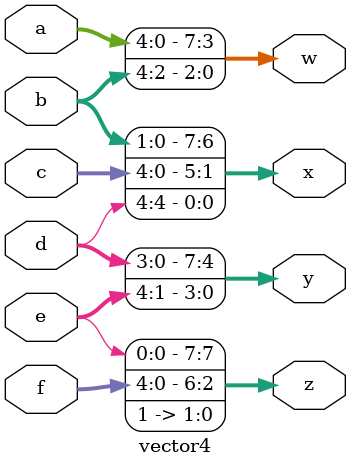
<source format=v>
module vector4 (
    input [4:0] a, b, c, d, e, f,
    output [7:0] w, x, y, z );//
    assign w[7:3]  = a;
    assign w[2:0]  = b[4:2];
    assign x[7:6]  = b[1:0];
    assign x[5:1]  = c[4:0];
    assign x[0]    = d[4];
    assign y[7:4]  = d[3:0];
    assign y[3:0]  = e[4:1];
    assign z[7]    = e[0];
    assign z[6:2]  = f[4:0];
    assign z[1:0]  = 2'b11;
endmodule

</source>
